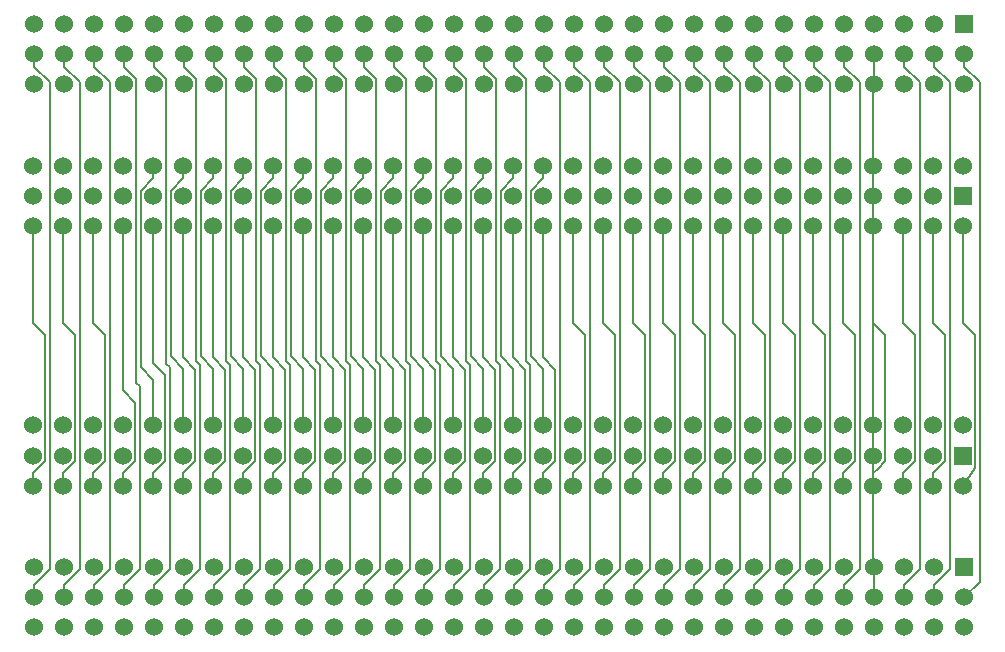
<source format=gbl>
*
*
G04 PADS 9.3.1 Build Number: 456998 generated Gerber (RS-274-X) file*
G04 PC Version=2.1*
*
%IN "Klytus_Routed.pcb"*%
*
%MOIN*%
*
%FSLAX35Y35*%
*
*
*
*
G04 PC Standard Apertures*
*
*
G04 Thermal Relief Aperture macro.*
%AMTER*
1,1,$1,0,0*
1,0,$1-$2,0,0*
21,0,$3,$4,0,0,45*
21,0,$3,$4,0,0,135*
%
*
*
G04 Annular Aperture macro.*
%AMANN*
1,1,$1,0,0*
1,0,$2,0,0*
%
*
*
G04 Odd Aperture macro.*
%AMODD*
1,1,$1,0,0*
1,0,$1-0.005,0,0*
%
*
*
G04 PC Custom Aperture Macros*
*
*
*
*
*
*
G04 PC Aperture Table*
*
%ADD010C,0.001*%
%ADD011R,0.06X0.06*%
%ADD012C,0.06*%
%ADD013C,0.008*%
*
*
*
*
G04 PC Circuitry*
G04 Layer Name Klytus_Routed.pcb - circuitry*
%LPD*%
*
*
G04 PC Custom Flashes*
G04 Layer Name Klytus_Routed.pcb - flashes*
%LPD*%
*
*
G04 PC Circuitry*
G04 Layer Name Klytus_Routed.pcb - circuitry*
%LPD*%
*
G54D10*
G54D11*
G01X409843Y149370D03*
Y62756D03*
X410236Y25512D03*
Y206614D03*
G54D12*
X399843Y149370D03*
X389843D03*
X379843D03*
X369843D03*
X359843D03*
X349843D03*
X339843D03*
X329843D03*
X319843D03*
X309843D03*
X299843D03*
X289843D03*
X279843D03*
X269843D03*
X259843D03*
X249843D03*
X239843D03*
X229843D03*
X219843D03*
X209843D03*
X199843D03*
X189843D03*
X179843D03*
X169843D03*
X159843D03*
X149843D03*
X139843D03*
X129843D03*
X119843D03*
X109843D03*
X99843D03*
Y139370D03*
X109843D03*
X119843D03*
X129843D03*
X139843D03*
X149843D03*
X159843D03*
X169843D03*
X179843D03*
X189843D03*
X199843D03*
X209843D03*
X219843D03*
X229843D03*
X239843D03*
X249843D03*
X259843D03*
X269843D03*
X279843D03*
X289843D03*
X299843D03*
X309843D03*
X319843D03*
X329843D03*
X339843D03*
X349843D03*
X359843D03*
X369843D03*
X379843D03*
X389843D03*
X399843D03*
X409843D03*
X100000Y159449D03*
X110000D03*
X120000D03*
X130000D03*
X140000D03*
X150000D03*
X160000D03*
X170000D03*
X180000D03*
X190000D03*
X200000D03*
X210000D03*
X220000D03*
X230000D03*
X240000D03*
X250000D03*
X260000D03*
X270000D03*
X280000D03*
X290000D03*
X300000D03*
X310000D03*
X320000D03*
X330000D03*
X340000D03*
X350000D03*
X360000D03*
X370000D03*
X380000D03*
X390000D03*
X400000D03*
X410000D03*
X399843Y62756D03*
X389843D03*
X379843D03*
X369843D03*
X359843D03*
X349843D03*
X339843D03*
X329843D03*
X319843D03*
X309843D03*
X299843D03*
X289843D03*
X279843D03*
X269843D03*
X259843D03*
X249843D03*
X239843D03*
X229843D03*
X219843D03*
X209843D03*
X199843D03*
X189843D03*
X179843D03*
X169843D03*
X159843D03*
X149843D03*
X139843D03*
X129843D03*
X119843D03*
X109843D03*
X99843D03*
Y52756D03*
X109843D03*
X119843D03*
X129843D03*
X139843D03*
X149843D03*
X159843D03*
X169843D03*
X179843D03*
X189843D03*
X199843D03*
X209843D03*
X219843D03*
X229843D03*
X239843D03*
X249843D03*
X259843D03*
X269843D03*
X279843D03*
X289843D03*
X299843D03*
X309843D03*
X319843D03*
X329843D03*
X339843D03*
X349843D03*
X359843D03*
X369843D03*
X379843D03*
X389843D03*
X399843D03*
X409843D03*
X100000Y72835D03*
X110000D03*
X120000D03*
X130000D03*
X140000D03*
X150000D03*
X160000D03*
X170000D03*
X180000D03*
X190000D03*
X200000D03*
X210000D03*
X220000D03*
X230000D03*
X240000D03*
X250000D03*
X260000D03*
X270000D03*
X280000D03*
X290000D03*
X300000D03*
X310000D03*
X320000D03*
X330000D03*
X340000D03*
X350000D03*
X360000D03*
X370000D03*
X380000D03*
X390000D03*
X400000D03*
X410000D03*
X400236Y25512D03*
X390236D03*
X380236D03*
X370236D03*
X360236D03*
X350236D03*
X340236D03*
X330236D03*
X320236D03*
X310236D03*
X300236D03*
X290236D03*
X280236D03*
X270236D03*
X260236D03*
X250236D03*
X240236D03*
X230236D03*
X220236D03*
X210236D03*
X200236D03*
X190236D03*
X180236D03*
X170236D03*
X160236D03*
X150236D03*
X140236D03*
X130236D03*
X120236D03*
X110236D03*
X100236D03*
Y15512D03*
X110236D03*
X120236D03*
X130236D03*
X140236D03*
X150236D03*
X160236D03*
X170236D03*
X180236D03*
X190236D03*
X200236D03*
X210236D03*
X220236D03*
X230236D03*
X240236D03*
X250236D03*
X260236D03*
X270236D03*
X280236D03*
X290236D03*
X300236D03*
X310236D03*
X320236D03*
X330236D03*
X340236D03*
X350236D03*
X360236D03*
X370236D03*
X380236D03*
X390236D03*
X400236D03*
X410236D03*
X100236Y5512D03*
X110236D03*
X120236D03*
X130236D03*
X140236D03*
X150236D03*
X160236D03*
X170236D03*
X180236D03*
X190236D03*
X200236D03*
X210236D03*
X220236D03*
X230236D03*
X240236D03*
X250236D03*
X260236D03*
X270236D03*
X280236D03*
X290236D03*
X300236D03*
X310236D03*
X320236D03*
X330236D03*
X340236D03*
X350236D03*
X360236D03*
X370236D03*
X380236D03*
X390236D03*
X400236D03*
X410236D03*
X400236Y206614D03*
X390236D03*
X380236D03*
X370236D03*
X360236D03*
X350236D03*
X340236D03*
X330236D03*
X320236D03*
X310236D03*
X300236D03*
X290236D03*
X280236D03*
X270236D03*
X260236D03*
X250236D03*
X240236D03*
X230236D03*
X220236D03*
X210236D03*
X200236D03*
X190236D03*
X180236D03*
X170236D03*
X160236D03*
X150236D03*
X140236D03*
X130236D03*
X120236D03*
X110236D03*
X100236D03*
Y196614D03*
X110236D03*
X120236D03*
X130236D03*
X140236D03*
X150236D03*
X160236D03*
X170236D03*
X180236D03*
X190236D03*
X200236D03*
X210236D03*
X220236D03*
X230236D03*
X240236D03*
X250236D03*
X260236D03*
X270236D03*
X280236D03*
X290236D03*
X300236D03*
X310236D03*
X320236D03*
X330236D03*
X340236D03*
X350236D03*
X360236D03*
X370236D03*
X380236D03*
X390236D03*
X400236D03*
X410236D03*
X100236Y186614D03*
X110236D03*
X120236D03*
X130236D03*
X140236D03*
X150236D03*
X160236D03*
X170236D03*
X180236D03*
X190236D03*
X200236D03*
X210236D03*
X220236D03*
X230236D03*
X240236D03*
X250236D03*
X260236D03*
X270236D03*
X280236D03*
X290236D03*
X300236D03*
X310236D03*
X320236D03*
X330236D03*
X340236D03*
X350236D03*
X360236D03*
X370236D03*
X380236D03*
X390236D03*
X400236D03*
X410236D03*
G54D13*
X99843Y52756D02*
Y56927D01*
X104000Y61085*
Y102852*
X109843Y52756D02*
Y56927D01*
X114000Y61085*
Y102852*
X119843Y52756D02*
Y56927D01*
X124000Y61085*
Y102852*
X129843Y52756D02*
Y56927D01*
X134000Y61085*
Y80495*
X139843Y52756D02*
Y56927D01*
X144000Y61085*
Y89563*
X149843Y52756D02*
Y56927D01*
X154000Y61085*
Y91353*
X159843Y52756D02*
Y56927D01*
X164000Y61085*
Y91353*
X169843Y52756D02*
Y56927D01*
X174000Y61085*
Y91353*
X179843Y52756D02*
Y56927D01*
X184000Y61085*
Y91353*
X189843Y52756D02*
Y56927D01*
X194000Y61085*
Y91353*
X199843Y52756D02*
Y56927D01*
X204000Y61085*
Y91353*
X209843Y52756D02*
Y56927D01*
X214000Y61085*
Y91353*
X219843Y52756D02*
Y56927D01*
X224000Y61085*
Y91353*
X229843Y52756D02*
Y56927D01*
X234000Y61085*
Y91353*
X239843Y52756D02*
Y56927D01*
X244000Y61085*
Y91353*
X249843Y52756D02*
Y56927D01*
X254000Y61085*
Y91353*
X259843Y52756D02*
Y56927D01*
X264000Y61085*
Y91353*
X269843Y52756D02*
Y56927D01*
X274000Y61085*
Y91353*
X279843Y52756D02*
Y56927D01*
X284000Y61085*
Y102852*
X289843Y52756D02*
Y56927D01*
X294000Y61085*
Y102852*
X299843Y52756D02*
Y56927D01*
X304000Y61085*
Y102852*
X309843Y52756D02*
Y56927D01*
X314000Y61085*
Y102852*
X319843Y52756D02*
Y56927D01*
X324000Y61085*
Y102852*
X329843Y52756D02*
Y56927D01*
X334000Y61085*
Y102852*
X339843Y52756D02*
Y56927D01*
X344000Y61085*
Y102852*
X349843Y52756D02*
Y56927D01*
X354000Y61085*
Y102852*
X359843Y52756D02*
Y56927D01*
X364000Y61085*
Y102852*
X369843Y52756D02*
Y56927D01*
X374000Y61085*
Y102852*
X380000Y48759D02*
Y66753D01*
X379843Y52756D02*
Y56927D01*
X381400Y58485*
X389843Y52756D02*
Y56927D01*
X394000Y61085*
Y102852*
X399843Y52756D02*
Y56927D01*
X404000Y61085*
Y102852*
X409843Y52756D02*
X414000Y58756D01*
Y102852*
X381400Y58485D02*
X384000Y61085D01*
Y102852*
X140000Y72835D02*
Y88020D01*
X135843Y92178*
Y151159*
X150000Y72835D02*
Y91728D01*
X145843Y95886*
Y151159*
X160000Y72835D02*
Y91728D01*
X155843Y95886*
Y151159*
X170000Y72835D02*
Y91728D01*
X165843Y95886*
Y151159*
X180000Y72835D02*
Y91728D01*
X175843Y95886*
Y151159*
X190000Y72835D02*
Y91728D01*
X185843Y95886*
Y151159*
X200000Y72835D02*
Y91728D01*
X195843Y95886*
Y151159*
X210000Y72835D02*
Y91728D01*
X205843Y95886*
Y151159*
X220000Y72835D02*
Y91728D01*
X215843Y95886*
Y151159*
X230000Y72835D02*
Y91728D01*
X225843Y95886*
Y151159*
X240000Y72835D02*
Y91728D01*
X235843Y95886*
Y151159*
X250000Y72835D02*
Y91728D01*
X245843Y95886*
Y151159*
X260000Y72835D02*
Y91728D01*
X255843Y95886*
Y151159*
X270000Y72835D02*
Y91728D01*
X265843Y95886*
Y151159*
X380000Y76835D02*
Y68835D01*
Y66753*
X134000Y80495D02*
X129843Y84652D01*
Y139370*
X135400Y85858D02*
X134339Y86918D01*
Y188339*
X130236Y192443*
Y196614*
X380000Y76835D02*
Y104872D01*
X144000Y89563D02*
X139843Y93721D01*
Y139370*
X145400Y92246D02*
X144339Y93306D01*
Y188339*
X140236Y192443*
Y196614*
X154000Y91353D02*
X149843Y95511D01*
Y139370*
X155400Y93141D02*
X154339Y94202D01*
Y188339*
X150236Y192443*
Y196614*
X164000Y91353D02*
X159843Y95511D01*
Y139370*
X165400Y93141D02*
X164339Y94202D01*
Y188339*
X160236Y192443*
Y196614*
X174000Y91353D02*
X169843Y95511D01*
Y139370*
X175400Y93141D02*
X174339Y94202D01*
Y188339*
X170236Y192443*
Y196614*
X184000Y91353D02*
X179843Y95511D01*
Y139370*
X185400Y93141D02*
X184339Y94202D01*
Y188339*
X180236Y192443*
Y196614*
X194000Y91353D02*
X189843Y95511D01*
Y139370*
X195400Y93141D02*
X194339Y94202D01*
Y188339*
X190236Y192443*
Y196614*
X204000Y91353D02*
X199843Y95511D01*
Y139370*
X205400Y93141D02*
X204339Y94202D01*
Y188339*
X200236Y192443*
Y196614*
X214000Y91353D02*
X209843Y95511D01*
Y139370*
X215400Y93141D02*
X214339Y94202D01*
Y188339*
X210236Y192443*
Y196614*
X224000Y91353D02*
X219843Y95511D01*
Y139370*
X225400Y93141D02*
X224339Y94202D01*
Y188339*
X220236Y192443*
Y196614*
X234000Y91353D02*
X229843Y95511D01*
Y139370*
X235400Y93141D02*
X234339Y94202D01*
Y188339*
X230236Y192443*
Y196614*
X244000Y91353D02*
X239843Y95511D01*
Y139370*
X245400Y93141D02*
X244339Y94202D01*
Y188339*
X240236Y192443*
Y196614*
X254000Y91353D02*
X249843Y95511D01*
Y139370*
X255400Y93141D02*
X254339Y94202D01*
Y188339*
X250236Y192443*
Y196614*
X264000Y91353D02*
X259843Y95511D01*
Y139370*
X265400Y93141D02*
X264339Y94202D01*
Y188339*
X260236Y192443*
Y196614*
X274000Y91353D02*
X269843Y95511D01*
Y139370*
X104000Y102852D02*
X99843Y107010D01*
Y139370*
X114000Y102852D02*
X109843Y107010D01*
Y139370*
X124000Y102852D02*
X119843Y107010D01*
Y139370*
X284000Y102852D02*
X279843Y107010D01*
Y139370*
X294000Y102852D02*
X289843Y107010D01*
Y139370*
X304000Y102852D02*
X299843Y107010D01*
Y139370*
X314000Y102852D02*
X309843Y107010D01*
Y139370*
X324000Y102852D02*
X319843Y107010D01*
Y139370*
X334000Y102852D02*
X329843Y107010D01*
Y139370*
X344000Y102852D02*
X339843Y107010D01*
Y139370*
X354000Y102852D02*
X349843Y107010D01*
Y139370*
X364000Y102852D02*
X359843Y107010D01*
Y139370*
X380000Y104872D02*
Y143367D01*
X374000Y102852D02*
X369843Y107010D01*
Y139370*
X381400Y105452D02*
X379843Y107010D01*
Y139370*
X384000Y102852D02*
X381400Y105452D01*
X394000Y102852D02*
X389843Y107010D01*
Y139370*
X404000Y102852D02*
X399843Y107010D01*
Y139370*
X414000Y102852D02*
X409843Y107010D01*
Y139370*
X380000Y153367D02*
Y145373D01*
Y143367*
X135843Y151159D02*
X140000Y155317D01*
Y159449*
X145843Y151159D02*
X150000Y155317D01*
Y159449*
X155843Y151159D02*
X160000Y155317D01*
Y159449*
X165843Y151159D02*
X170000Y155317D01*
Y159449*
X175843Y151159D02*
X180000Y155317D01*
Y159449*
X185843Y151159D02*
X190000Y155317D01*
Y159449*
X195843Y151159D02*
X200000Y155317D01*
Y159449*
X205843Y151159D02*
X210000Y155317D01*
Y159449*
X215843Y151159D02*
X220000Y155317D01*
Y159449*
X225843Y151159D02*
X230000Y155317D01*
Y159449*
X235843Y151159D02*
X240000Y155317D01*
Y159449*
X245843Y151159D02*
X250000Y155317D01*
Y159449*
X255843Y151159D02*
X260000Y155317D01*
Y159449*
X265843Y151159D02*
X270000Y155317D01*
Y159449*
X380000Y163449D02*
Y155449D01*
Y153367*
Y163449D02*
Y182621D01*
X130236Y15512D02*
Y19683D01*
X135400Y24847*
Y85858*
X120236Y15512D02*
Y19683D01*
X125400Y24847*
Y187279*
X110236Y15512D02*
Y19683D01*
X115400Y24847*
Y187279*
X100236Y15512D02*
Y19683D01*
X105400Y24847*
Y187279*
X210236Y15512D02*
Y19683D01*
X215400Y24847*
Y93141*
X200236Y15512D02*
Y19683D01*
X205400Y24847*
Y93141*
X190236Y15512D02*
Y19683D01*
X195400Y24847*
Y93141*
X180236Y15512D02*
Y19683D01*
X185400Y24847*
Y93141*
X170236Y15512D02*
Y19683D01*
X175400Y24847*
Y93141*
X160236Y15512D02*
Y19683D01*
X165400Y24847*
Y93141*
X150236Y15512D02*
Y19683D01*
X155400Y24847*
Y93141*
X140236Y15512D02*
Y19683D01*
X145400Y24847*
Y92246*
X290236Y15512D02*
Y19683D01*
X295400Y24847*
Y187279*
X280236Y15512D02*
Y19683D01*
X285400Y24847*
Y187279*
X270236Y15512D02*
Y19683D01*
X275400Y24847*
Y187279*
X260236Y15512D02*
Y19683D01*
X265400Y24847*
Y93141*
X250236Y15512D02*
Y19683D01*
X255400Y24847*
Y93141*
X240236Y15512D02*
Y19683D01*
X245400Y24847*
Y93141*
X230236Y15512D02*
Y19683D01*
X235400Y24847*
Y93141*
X220236Y15512D02*
Y19683D01*
X225400Y24847*
Y93141*
X345400Y24847D02*
Y187279D01*
X340236Y192443*
Y196614*
X335400Y24847D02*
Y187279D01*
X330236Y192443*
Y196614*
X370236Y15512D02*
Y19683D01*
X375400Y24847*
Y187279*
X360236Y15512D02*
Y19683D01*
X365400Y24847*
Y187279*
X350236Y15512D02*
Y19683D01*
X355400Y24847*
Y187279*
X340236Y15512D02*
Y19683D01*
X345400Y24847*
X330236Y15512D02*
Y19683D01*
X335400Y24847*
X320236Y15512D02*
Y19683D01*
X325400Y24847*
Y187279*
X310236Y15512D02*
Y19683D01*
X315400Y24847*
Y187279*
X300236Y15512D02*
Y19683D01*
X305400Y24847*
Y187279*
X380236Y21512D02*
Y24611D01*
X380000Y24847*
Y29505*
Y48759*
X410236Y15512D02*
X415400Y20676D01*
Y187279*
X400236Y15512D02*
Y19683D01*
X405400Y24847*
Y187279*
X390236Y15512D02*
Y19683D01*
X395400Y24847*
Y187279*
X380236Y15512D02*
Y21512D01*
X125400Y187279D02*
X120236Y192443D01*
Y196614*
X115400Y187279D02*
X110236Y192443D01*
Y196614*
X105400Y187279D02*
X100236Y192443D01*
Y196614*
X295400Y187279D02*
X290236Y192443D01*
Y196614*
X285400Y187279D02*
X280236Y192443D01*
Y196614*
X275400Y187279D02*
X270236Y192443D01*
Y196614*
X375400Y187279D02*
X370236Y192443D01*
Y196614*
X365400Y187279D02*
X360236Y192443D01*
Y196614*
X355400Y187279D02*
X350236Y192443D01*
Y196614*
X325400Y187279D02*
X320236Y192443D01*
Y196614*
X315400Y187279D02*
X310236Y192443D01*
Y196614*
X305400Y187279D02*
X300236Y192443D01*
Y196614*
X380236Y190614D02*
Y196614D01*
X380000Y182621D02*
Y187279D01*
X380236Y187515*
Y190614*
X415400Y187279D02*
X410236Y192443D01*
Y196614*
X405400Y187279D02*
X400236Y192443D01*
Y196614*
X395400Y187279D02*
X390236Y192443D01*
Y196614*
X0Y0D02*
M02*

</source>
